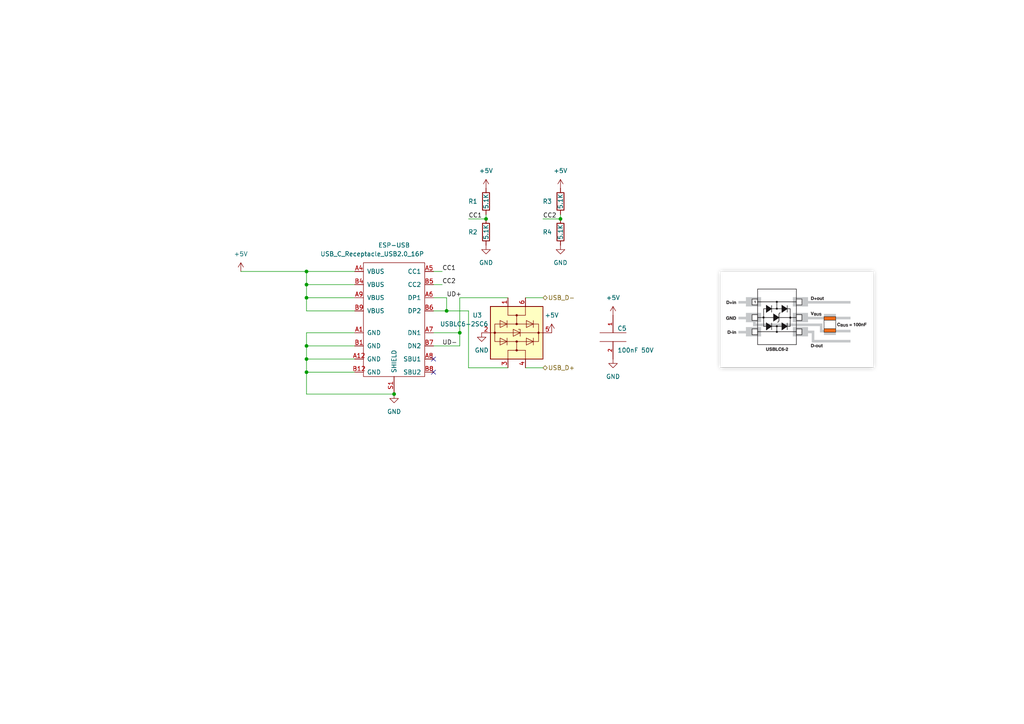
<source format=kicad_sch>
(kicad_sch (version 20230121) (generator eeschema)
  (paper "A4")
  (title_block (title "Type-C-2.0-Receptacle") (date "2022-10-22") (rev "V1.0") (company "USB-IF") (comment 1 "Author: lz00qs"))
  (lib_symbols
    (symbol "Connector_lz00qs:USB_C_Receptacle_USB2.0_16P" (pin_names (offset 1.016))
      (property "Reference" "J" (at 0 0 0))
      (property "Value" "USB_C_Receptacle_USB2.0_16P" (at 0 0 0))
      (symbol "USB_C_Receptacle_USB2.0_16P_1_1"
        (rectangle (start -8.89 -16.51) (end 8.89 16.51))
        (pin passive line (at -11.43 -3.81 0) (length 2.54) (name "GND") (number "A1"))
        (pin passive line (at -11.43 -11.43 0) (length 2.54) (name "GND") (number "A12"))
        (pin passive line (at -11.43 13.97 0) (length 2.54) (name "VBUS") (number "A4"))
        (pin bidirectional line (at 11.43 13.97 180) (length 2.54) (name "CC1") (number "A5"))
        (pin bidirectional line (at 11.43 6.35 180) (length 2.54) (name "DP1") (number "A6"))
        (pin bidirectional line (at 11.43 -3.81 180) (length 2.54) (name "DN1") (number "A7"))
        (pin bidirectional line (at 11.43 -11.43 180) (length 2.54) (name "SBU1") (number "A8"))
        (pin passive line (at -11.43 6.35 0) (length 2.54) (name "VBUS") (number "A9"))
        (pin passive line (at -11.43 -7.62 0) (length 2.54) (name "GND") (number "B1"))
        (pin passive line (at -11.43 -15.24 0) (length 2.54) (name "GND") (number "B12"))
        (pin passive line (at -11.43 10.16 0) (length 2.54) (name "VBUS") (number "B4"))
        (pin bidirectional line (at 11.43 10.16 180) (length 2.54) (name "CC2") (number "B5"))
        (pin bidirectional line (at 11.43 2.54 180) (length 2.54) (name "DP2") (number "B6"))
        (pin bidirectional line (at 11.43 -7.62 180) (length 2.54) (name "DN2") (number "B7"))
        (pin bidirectional line (at 11.43 -15.24 180) (length 2.54) (name "SBU2") (number "B8"))
        (pin passive line (at -11.43 2.54 0) (length 2.54) (name "VBUS") (number "B9"))
        (pin passive line (at 0 -21.59 90) (length 5.08) (name "SHIELD") (number "S1"))
      )
    )
    (symbol "Device:R" (pin_numbers hide) (pin_names (offset 0))
      (property "Reference" "R" (at 2.032 0 90))
      (property "Value" "R" (at 0 0 90))
      (symbol "R_0_1"
        (rectangle (start -1.016 -2.54) (end 1.016 2.54) (stroke (width 0.254)))
      )
      (symbol "R_1_1"
        (pin passive line (at 0 3.81 270) (length 1.27) (name "~") (number "1"))
        (pin passive line (at 0 -3.81 90) (length 1.27) (name "~") (number "2"))
      )
    )
    (symbol "Power_Protection:USBLC6-2SC6" (pin_names hide)
      (property "Reference" "U" (at 2.54 8.89 0))
      (property "Value" "USBLC6-2SC6" (at 2.54 -8.89 0))
      (symbol "USBLC6-2SC6_0_1"
        (rectangle (start -7.62 -7.62) (end 7.62 7.62) (stroke (width 0.254)) (fill (type background)))
        (circle (center -5.08 0) (radius 0.254) (fill (type outline)))
        (circle (center -2.54 0) (radius 0.254) (fill (type outline)))
        (rectangle (start -2.54 6.35) (end 2.54 -6.35))
        (circle (center 0 -6.35) (radius 0.254) (fill (type outline)))
        (polyline (pts (xy -5.08 -2.54) (xy -7.62 -2.54)))
        (polyline (pts (xy -5.08 0) (xy -5.08 -2.54)))
        (polyline (pts (xy -5.08 2.54) (xy -7.62 2.54)))
        (polyline (pts (xy -1.524 -2.794) (xy -3.556 -2.794)))
        (polyline (pts (xy -1.524 4.826) (xy -3.556 4.826)))
        (polyline (pts (xy 0 -7.62) (xy 0 -6.35)))
        (polyline (pts (xy 0 -6.35) (xy 0 1.27)))
        (polyline (pts (xy 0 1.27) (xy 0 6.35)))
        (polyline (pts (xy 0 6.35) (xy 0 7.62)))
        (polyline (pts (xy 1.524 -2.794) (xy 3.556 -2.794)))
        (polyline (pts (xy 1.524 4.826) (xy 3.556 4.826)))
        (polyline (pts (xy 5.08 -2.54) (xy 7.62 -2.54)))
        (polyline (pts (xy 5.08 0) (xy 5.08 -2.54)))
        (polyline (pts (xy 5.08 2.54) (xy 7.62 2.54)))
        (polyline (pts (xy -2.54 0) (xy -5.08 0) (xy -5.08 2.54)))
        (polyline (pts (xy 2.54 0) (xy 5.08 0) (xy 5.08 2.54)))
        (polyline (pts (xy -3.556 -4.826) (xy -1.524 -4.826) (xy -2.54 -2.794) (xy -3.556 -4.826)))
        (polyline (pts (xy -3.556 2.794) (xy -1.524 2.794) (xy -2.54 4.826) (xy -3.556 2.794)))
        (polyline (pts (xy -1.016 -1.016) (xy 1.016 -1.016) (xy 0 1.016) (xy -1.016 -1.016)))
        (polyline (pts (xy 1.016 1.016) (xy 0.762 1.016) (xy -1.016 1.016) (xy -1.016 0.508)))
        (polyline (pts (xy 3.556 -4.826) (xy 1.524 -4.826) (xy 2.54 -2.794) (xy 3.556 -4.826)))
        (polyline (pts (xy 3.556 2.794) (xy 1.524 2.794) (xy 2.54 4.826) (xy 3.556 2.794)))
        (circle (center 0 6.35) (radius 0.254) (fill (type outline)))
        (circle (center 2.54 0) (radius 0.254) (fill (type outline)))
        (circle (center 5.08 0) (radius 0.254) (fill (type outline)))
      )
      (symbol "USBLC6-2SC6_1_1"
        (pin passive line (at -10.16 -2.54 0) (length 2.54) (name "I/O1") (number "1"))
        (pin passive line (at 0 -10.16 90) (length 2.54) (name "GND") (number "2"))
        (pin passive line (at 10.16 -2.54 180) (length 2.54) (name "I/O2") (number "3"))
        (pin passive line (at 10.16 2.54 180) (length 2.54) (name "I/O2") (number "4"))
        (pin passive line (at 0 10.16 270) (length 2.54) (name "VBUS") (number "5"))
        (pin passive line (at -10.16 2.54 0) (length 2.54) (name "I/O1") (number "6"))
      )
    )
    (symbol "power:+5V" (power) (pin_names (offset 0))
      (property "Value" "+5V" (at 0 3.556 0))
      (symbol "+5V_0_1"
        (polyline (pts (xy -0.762 1.27) (xy 0 2.54)))
        (polyline (pts (xy 0 0) (xy 0 2.54)))
        (polyline (pts (xy 0 2.54) (xy 0.762 1.27)))
      )
      (symbol "+5V_1_1"
        (pin power_in line (at 0 0 90) (length 0) hide (name "+5V") (number "1"))
      )
    )
    (symbol "power:GND" (power) (pin_names (offset 0))
      (property "Value" "GND" (at 0 -3.81 0))
      (symbol "GND_0_1"
        (polyline (pts (xy 0 0) (xy 0 -1.27) (xy 1.27 -1.27) (xy 0 -2.54) (xy -1.27 -1.27) (xy 0 -1.27)))
      )
      (symbol "GND_1_1"
        (pin power_in line (at 0 0 270) (length 0) hide (name "GND") (number "1"))
      )
    )
    (symbol "pspice:CAP" (pin_names (offset 0.254))
      (property "Reference" "C" (at 2.54 3.81 90))
      (property "Value" "CAP" (at 2.54 -3.81 90))
      (symbol "CAP_0_1"
        (polyline (pts (xy -3.81 -1.27) (xy 3.81 -1.27)))
        (polyline (pts (xy -3.81 1.27) (xy 3.81 1.27)))
      )
      (symbol "CAP_1_1"
        (pin passive line (at 0 6.35 270) (length 5.08) (name "~") (number "1"))
        (pin passive line (at 0 -6.35 90) (length 5.08) (name "~") (number "2"))
      )
    )
  )
  (junction (at 88.9 107.95))
  (junction (at 162.56 63.5))
  (junction (at 140.97 63.5))
  (junction (at 114.3 114.3))
  (junction (at 88.9 78.74))
  (junction (at 88.9 86.36))
  (junction (at 129.54 90.17))
  (junction (at 133.35 96.52))
  (junction (at 88.9 104.14))
  (junction (at 88.9 100.33))
  (junction (at 88.9 82.55))
  (no_connect (at 125.73 104.14))
  (no_connect (at 125.73 107.95))
  (wire (pts (xy 88.9 107.95) (xy 102.87 107.95)))
  (wire (pts (xy 129.54 86.36) (xy 129.54 90.17)))
  (wire (pts (xy 135.89 90.17) (xy 135.89 106.68)))
  (wire (pts (xy 135.89 106.68) (xy 147.32 106.68)))
  (wire (pts (xy 88.9 78.74) (xy 88.9 82.55)))
  (wire (pts (xy 162.56 62.23) (xy 162.56 63.5)))
  (wire (pts (xy 88.9 104.14) (xy 88.9 107.95)))
  (wire (pts (xy 152.4 86.36) (xy 157.48 86.36)))
  (wire (pts (xy 88.9 104.14) (xy 102.87 104.14)))
  (wire (pts (xy 88.9 100.33) (xy 88.9 104.14)))
  (wire (pts (xy 88.9 82.55) (xy 88.9 86.36)))
  (wire (pts (xy 157.48 63.5) (xy 162.56 63.5)))
  (wire (pts (xy 133.35 96.52) (xy 133.35 100.33)))
  (wire (pts (xy 152.4 106.68) (xy 157.48 106.68)))
  (wire (pts (xy 88.9 90.17) (xy 102.87 90.17)))
  (wire (pts (xy 88.9 86.36) (xy 88.9 90.17)))
  (wire (pts (xy 88.9 96.52) (xy 88.9 100.33)))
  (wire (pts (xy 133.35 86.36) (xy 147.32 86.36)))
  (wire (pts (xy 88.9 107.95) (xy 88.9 114.3)))
  (wire (pts (xy 88.9 114.3) (xy 114.3 114.3)))
  (wire (pts (xy 88.9 82.55) (xy 102.87 82.55)))
  (wire (pts (xy 135.89 63.5) (xy 140.97 63.5)))
  (wire (pts (xy 125.73 100.33) (xy 133.35 100.33)))
  (wire (pts (xy 102.87 96.52) (xy 88.9 96.52)))
  (wire (pts (xy 88.9 86.36) (xy 102.87 86.36)))
  (wire (pts (xy 125.73 96.52) (xy 133.35 96.52)))
  (wire (pts (xy 125.73 90.17) (xy 129.54 90.17)))
  (wire (pts (xy 129.54 90.17) (xy 135.89 90.17)))
  (wire (pts (xy 125.73 82.55) (xy 128.27 82.55)))
  (wire (pts (xy 133.35 96.52) (xy 133.35 86.36)))
  (wire (pts (xy 88.9 100.33) (xy 102.87 100.33)))
  (wire (pts (xy 102.87 78.74) (xy 88.9 78.74)))
  (wire (pts (xy 140.97 62.23) (xy 140.97 63.5)))
  (wire (pts (xy 125.73 86.36) (xy 129.54 86.36)))
  (wire (pts (xy 69.85 78.74) (xy 88.9 78.74)))
  (wire (pts (xy 125.73 78.74) (xy 128.27 78.74)))
  (image (at 231.14 92.71) (scale 0.43797))
  (label "UD+" (at 129.54 86.36 0))
  (label "CC1" (at 135.89 63.5 0))
  (label "CC2" (at 128.27 82.55 0))
  (label "CC1" (at 128.27 78.74 0))
  (label "UD-" (at 128.27 100.33 0))
  (label "CC2" (at 157.48 63.5 0))
  (hierarchical_label "USB_D-" (shape bidirectional) (at 157.48 86.36 0))
  (hierarchical_label "USB_D+" (shape bidirectional) (at 157.48 106.68 0))
  (symbol (lib_id "power:GND") (at 139.7 96.52 0) (unit 1)
    (property "Reference" "#PWR015" (effects hide))
    (property "Value" "GND" (at 139.7 101.6 0))
  )
  (symbol (lib_id "Device:R") (at 162.56 67.31 180) (unit 1)
    (property "Reference" "R4" (at 158.75 67.31 0))
    (property "Value" "5.1K" (at 162.56 67.31 90))
    (property "Footprint" "Resistor_SMD:R_0402_1005Metric" (effects hide))
    (property "Datasheet" "https://item.szlcsc.com/26648.html" (effects hide))
  )
  (symbol (lib_id "Device:R") (at 140.97 58.42 180) (unit 1)
    (property "Reference" "R1" (at 137.16 58.42 0))
    (property "Value" "5.1K" (at 140.97 58.42 90))
    (property "Footprint" "Resistor_SMD:R_0402_1005Metric" (effects hide))
    (property "Datasheet" "https://item.szlcsc.com/26648.html" (effects hide))
  )
  (symbol (lib_id "Power_Protection:USBLC6-2SC6") (at 149.86 96.52 270) (unit 1)
    (property "Reference" "U3" (at 138.43 91.44 90))
    (property "Value" "USBLC6-2SC6" (at 134.62 93.98 90))
    (property "Footprint" "Package_TO_SOT_SMD:SOT-23-6" (effects hide))
    (property "Datasheet" "https://www.st.com/resource/en/datasheet/usblc6-2.pdf" (effects hide))
  )
  (symbol (lib_id "power:+5V") (at 160.02 96.52 0) (unit 1)
    (property "Reference" "#PWR017" (effects hide))
    (property "Value" "+5V" (at 160.02 91.44 0))
  )
  (symbol (lib_id "power:GND") (at 114.3 114.3 0) (unit 1)
    (property "Reference" "#PWR014" (effects hide))
    (property "Value" "GND" (at 114.3 119.38 0))
  )
  (symbol (lib_id "power:+5V") (at 177.8 91.44 0) (unit 1)
    (property "Reference" "#PWR018" (effects hide))
    (property "Value" "+5V" (at 177.8 86.36 0))
  )
  (symbol (lib_id "power:+5V") (at 140.97 54.61 0) (unit 1)
    (property "Reference" "#PWR04" (effects hide))
    (property "Value" "+5V" (at 140.97 49.53 0))
  )
  (symbol (lib_id "power:+5V") (at 162.56 54.61 0) (unit 1)
    (property "Reference" "#PWR05" (effects hide))
    (property "Value" "+5V" (at 162.56 49.53 0))
  )
  (symbol (lib_id "Connector_lz00qs:USB_C_Receptacle_USB2.0_16P") (at 114.3 92.71 0) (unit 1)
    (property "Reference" "ESP-USB" (at 114.3 71.12 0))
    (property "Value" "USB_C_Receptacle_USB2.0_16P" (at 107.95 73.66 0))
    (property "Footprint" "Connector_lz00qs:USB_C_Receptacle_SMD_16P_USB2.0_JLC-31-M-12" (effects hide))
    (property "Datasheet" "https://atta.szlcsc.com/upload/public/pdf/source/20220525/466408E853115E789EDB0DDC29077C05.pdf" (effects hide))
    (property "Manufacturer" "HRO" (effects hide))
  )
  (symbol (lib_id "Device:R") (at 140.97 67.31 180) (unit 1)
    (property "Reference" "R2" (at 137.16 67.31 0))
    (property "Value" "5.1K" (at 140.97 67.31 90))
    (property "Footprint" "Resistor_SMD:R_0402_1005Metric" (effects hide))
    (property "Datasheet" "https://item.szlcsc.com/26648.html" (effects hide))
  )
  (symbol (lib_id "power:GND") (at 177.8 104.14 0) (unit 1)
    (property "Reference" "#PWR019" (effects hide))
    (property "Value" "GND" (at 177.8 109.22 0))
  )
  (symbol (lib_id "power:GND") (at 140.97 71.12 0) (unit 1)
    (property "Reference" "#PWR016" (effects hide))
    (property "Value" "GND" (at 140.97 76.2 0))
  )
  (symbol (lib_id "pspice:CAP") (at 177.8 97.79 0) (unit 1)
    (property "Reference" "C5" (at 179.07 95.25 0) (effects (justify left)))
    (property "Value" "100nF 50V" (at 179.07 101.6 0) (effects (justify left)))
    (property "Footprint" "Capacitor_SMD:C_0402_1005Metric" (effects hide))
    (property "Datasheet" "https://item.szlcsc.com/291005.html" (effects hide))
  )
  (symbol (lib_id "Device:R") (at 162.56 58.42 180) (unit 1)
    (property "Reference" "R3" (at 158.75 58.42 0))
    (property "Value" "5.1K" (at 162.56 58.42 90))
    (property "Footprint" "Resistor_SMD:R_0402_1005Metric" (effects hide))
    (property "Datasheet" "https://item.szlcsc.com/26648.html" (effects hide))
  )
  (symbol (lib_id "power:+5V") (at 69.85 78.74 0) (unit 1)
    (property "Reference" "#PWR013" (effects hide))
    (property "Value" "+5V" (at 69.85 73.66 0))
  )
  (symbol (lib_id "power:GND") (at 162.56 71.12 0) (unit 1)
    (property "Reference" "#PWR03" (effects hide))
    (property "Value" "GND" (at 162.56 76.2 0))
  )
)
</source>
